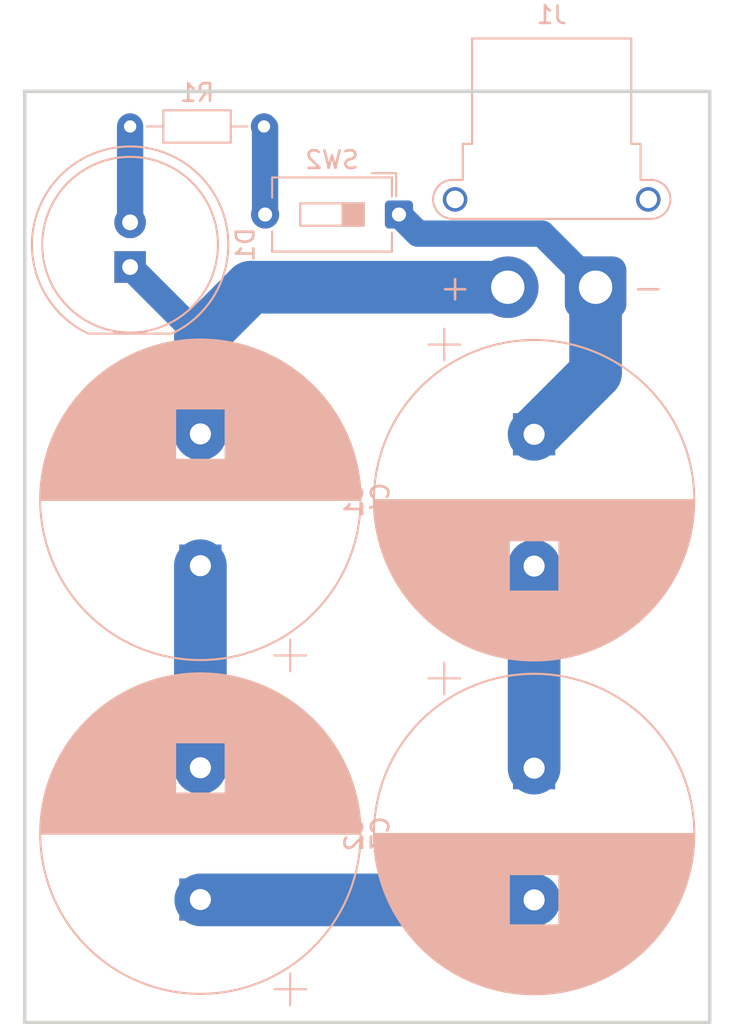
<source format=kicad_pcb>
(kicad_pcb (version 20241229) (generator "pcbnew") (generator_version "9.0")
  (layers (0 "F.Cu" signal) (2 "B.Cu" signal) (13 "F.Paste" user) (15 "B.Paste" user) (5 "F.SilkS" user "F.Silkscreen") (7 "B.SilkS" user "B.Silkscreen") (1 "F.Mask" user) (3 "B.Mask" user) (25 "Edge.Cuts" user))
  (net 0 "")
  (net 1 "Net-(C1-Pad2)")
  (net 2 "+12V")
  (net 3 "Net-(C2-Pad2)")
  (net 4 "Net-(C3-Pad2)")
  (net 5 "GND")
  (net 6 "Net-(D1-A)")
  (net 7 "Net-(SW2-B)")
  (footprint "Capacitor_THT:CP_Radial_D18.0mm_P7.50mm" (layer "B.Cu") (at 188 105 90)
    (property "Reference" "C3" (at 3.75 10.25 90) (layer "B.SilkS") (effects (justify mirror)))
    (property "Value" "C")
    (pad "1" thru_hole rect (at 0 0 90) (size 2.4 2.4) (drill 1.2) (layers "*.Cu" "*.Mask") (net 3 "Net-(C2-Pad2)"))
    (pad "2" thru_hole circle (at 7.5 0 90) (size 2.4 2.4) (drill 1.2) (layers "*.Cu" "*.Mask") (net 4 "Net-(C3-Pad2)"))
  )
  (footprint "Capacitor_THT:CP_Radial_D18.0mm_P7.50mm" (layer "B.Cu") (at 188 86 90)
    (property "Reference" "C4" (at 3.75 10.25 90) (layer "B.SilkS") (effects (justify mirror)))
    (property "Value" "C")
    (pad "1" thru_hole rect (at 0 0 90) (size 2.4 2.4) (drill 1.2) (layers "*.Cu" "*.Mask") (net 4 "Net-(C3-Pad2)"))
    (pad "2" thru_hole circle (at 7.5 0 90) (size 2.4 2.4) (drill 1.2) (layers "*.Cu" "*.Mask") (net 5 "GND"))
  )
  (footprint "Capacitor_THT:CP_Radial_D18.0mm_P7.50mm" (layer "B.Cu") (at 207 97.52222 -90)
    (property "Reference" "C2" (at 3.75 10.25 90) (layer "B.SilkS") (effects (justify mirror)))
    (property "Value" "C")
    (pad "1" thru_hole rect (at 0 0 270) (size 2.4 2.4) (drill 1.2) (layers "*.Cu" "*.Mask") (net 1 "Net-(C1-Pad2)"))
    (pad "2" thru_hole circle (at 7.5 0 270) (size 2.4 2.4) (drill 1.2) (layers "*.Cu" "*.Mask") (net 3 "Net-(C2-Pad2)"))
  )
  (footprint "Button_Switch_THT:SW_DIP_SPSTx01_Slide_6.7x4.1mm_W7.62mm_P2.54mm_LowProfile" (layer "B.Cu") (at 199.305 66.0125 180)
    (property "Reference" "SW2" (at 3.81 3.11 0) (layer "B.SilkS") (effects (justify mirror)))
    (property "Value" "SW_SPST")
    (pad "1" thru_hole roundrect (at 0 0 180) (size 1.6 1.6) (drill 0.8) (layers "*.Cu" "*.Mask") (roundrect_rratio 0.15625) (net 2 "+12V"))
    (pad "2" thru_hole circle (at 7.62 0 180) (size 1.6 1.6) (drill 0.8) (layers "*.Cu" "*.Mask") (net 7 "Net-(SW2-B)"))
  )
  (footprint "Connector_AMASS:AMASS_XT30PW-F_1x02_P2.50mm_Horizontal" (layer "B.Cu") (at 210.5 70.15 180)
    (property "Reference" "J1" (at 2.5 15.5 0) (layer "B.SilkS") (effects (justify mirror)))
    (property "Value" "Conn_01x02_Pin")
    (fp_text user "-" (at -3 0 0) (layer "B.SilkS") (effects (font (size 1.5 1.5)) (justify mirror)))
    (fp_text user "+" (at 8 0 0) (layer "B.SilkS") (effects (font (size 1.5 1.5)) (justify mirror)))
    (pad "" thru_hole circle (at -3 5 90) (size 1.4 1.4) (drill 1) (layers "*.Cu" "*.Mask"))
    (pad "" thru_hole circle (at 8 5 180) (size 1.4 1.4) (drill 1) (layers "*.Cu" "*.Mask"))
    (pad "1" thru_hole roundrect (at 0 0 180) (size 3.5 3.5) (drill 1.9) (layers "*.Cu" "*.Mask") (roundrect_rratio 0.22) (net 2 "+12V"))
    (pad "2" thru_hole circle (at 5 0 180) (size 3.5 3.5) (drill 1.9) (layers "*.Cu" "*.Mask") (net 5 "GND"))
  )
  (footprint "Capacitor_THT:CP_Radial_D18.0mm_P7.50mm" (layer "B.Cu") (at 207 78.52222 -90)
    (property "Reference" "C1" (at 3.75 10.25 90) (layer "B.SilkS") (effects (justify mirror)))
    (property "Value" "C")
    (pad "1" thru_hole rect (at 0 0 270) (size 2.4 2.4) (drill 1.2) (layers "*.Cu" "*.Mask") (net 2 "+12V"))
    (pad "2" thru_hole circle (at 7.5 0 270) (size 2.4 2.4) (drill 1.2) (layers "*.Cu" "*.Mask") (net 1 "Net-(C1-Pad2)"))
  )
  (footprint "Resistor_THT:R_Axial_DIN0204_L3.6mm_D1.6mm_P7.62mm_Horizontal" (layer "B.Cu") (at 191.62 61 180)
    (property "Reference" "R1" (at 3.81 1.92 0) (layer "B.SilkS") (effects (justify mirror)))
    (property "Value" "R")
    (pad "1" thru_hole circle (at 0 0 180) (size 1.4 1.4) (drill 0.7) (layers "*.Cu" "*.Mask") (net 7 "Net-(SW2-B)"))
    (pad "2" thru_hole oval (at 7.62 0 180) (size 1.4 1.4) (drill 0.7) (layers "*.Cu" "*.Mask") (net 6 "Net-(D1-A)"))
  )
  (footprint "LED_THT:LED_D10.0mm" (layer "B.Cu") (at 184 69 90)
    (property "Reference" "D1" (at 1.27 6.56 90) (layer "B.SilkS") (effects (justify mirror)))
    (property "Value" "LED")
    (pad "1" thru_hole rect (at 0 0 90) (size 1.8 1.8) (drill 0.9) (layers "*.Cu" "*.Mask") (net 5 "GND"))
    (pad "2" thru_hole circle (at 2.54 0 90) (size 1.8 1.8) (drill 0.9) (layers "*.Cu" "*.Mask") (net 6 "Net-(D1-A)"))
  )
  (gr_rect (start 178 59) (end 217 112) (stroke (width 0.2)) (fill no) (layer "Edge.Cuts"))
  (segment (start 207 86.02222) (end 207 97.52222) (width 3) (layer "B.Cu") (net 1))
  (segment (start 210.5 70.15) (end 210.5 75.02222) (width 3) (layer "B.Cu") (net 2))
  (segment (start 199.305 66.0125) (end 200.3925 67.1) (width 1.5) (layer "B.Cu") (net 2))
  (segment (start 210.5 75.02222) (end 207 78.52222) (width 3) (layer "B.Cu") (net 2))
  (segment (start 207.45 67.1) (end 210.5 70.15) (width 1.5) (layer "B.Cu") (net 2))
  (segment (start 200.3925 67.1) (end 207.45 67.1) (width 1.5) (layer "B.Cu") (net 2))
  (segment (start 207 105.02222) (end 188.02222 105.02222) (width 3) (layer "B.Cu") (net 3))
  (segment (start 188.02222 105.02222) (end 188 105) (width 1.5) (layer "B.Cu") (net 3))
  (segment (start 188 97.5) (end 188 86) (width 3) (layer "B.Cu") (net 4))
  (segment (start 190.85 70.15) (end 188 73) (width 3) (layer "B.Cu") (net 5))
  (segment (start 188 73) (end 184 69) (width 1.5) (layer "B.Cu") (net 5))
  (segment (start 204.5 70.15) (end 190.85 70.15) (width 3) (layer "B.Cu") (net 5))
  (segment (start 188 73) (end 188 78.5) (width 3) (layer "B.Cu") (net 5))
  (segment (start 184 61) (end 184 66.46) (width 1.5) (layer "B.Cu") (net 6))
  (segment (start 191.685 61.065) (end 191.62 61) (width 1.5) (layer "B.Cu") (net 7))
  (segment (start 191.685 66.0125) (end 191.685 61.065) (width 1.5) (layer "B.Cu") (net 7))
)
</source>
